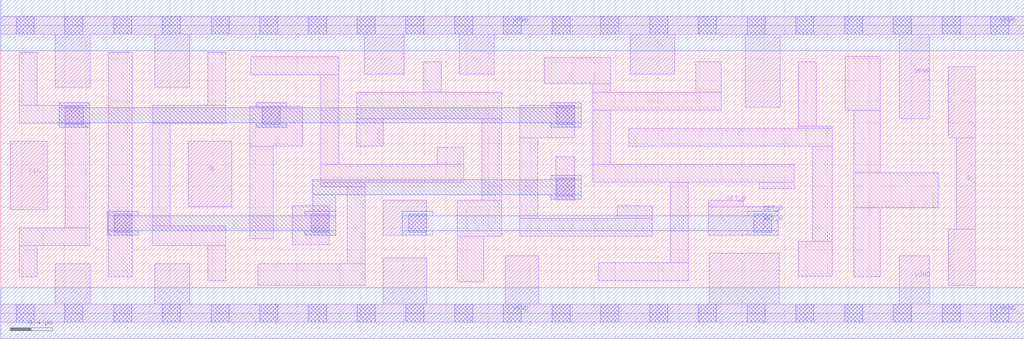
<source format=lef>
# Copyright 2020 The SkyWater PDK Authors
#
# Licensed under the Apache License, Version 2.0 (the "License");
# you may not use this file except in compliance with the License.
# You may obtain a copy of the License at
#
#     https://www.apache.org/licenses/LICENSE-2.0
#
# Unless required by applicable law or agreed to in writing, software
# distributed under the License is distributed on an "AS IS" BASIS,
# WITHOUT WARRANTIES OR CONDITIONS OF ANY KIND, either express or implied.
# See the License for the specific language governing permissions and
# limitations under the License.
#
# SPDX-License-Identifier: Apache-2.0

VERSION 5.7 ;
  NAMESCASESENSITIVE ON ;
  NOWIREEXTENSIONATPIN ON ;
  DIVIDERCHAR "/" ;
  BUSBITCHARS "[]" ;
UNITS
  DATABASE MICRONS 200 ;
END UNITS
MACRO sky130_fd_sc_hd__dfstp_1
  CLASS CORE ;
  SOURCE USER ;
  FOREIGN sky130_fd_sc_hd__dfstp_1 ;
  ORIGIN  0.000000  0.000000 ;
  SIZE  9.660000 BY  2.720000 ;
  SYMMETRY X Y R90 ;
  SITE unithd ;
  PIN D
    ANTENNAGATEAREA  0.222000 ;
    DIRECTION INPUT ;
    USE SIGNAL ;
    PORT
      LAYER li1 ;
        RECT 1.770000 1.005000 2.180000 1.625000 ;
    END
  END D
  PIN Q
    ANTENNADIFFAREA  0.429000 ;
    DIRECTION OUTPUT ;
    USE SIGNAL ;
    PORT
      LAYER li1 ;
        RECT 8.945000 0.265000 9.200000 0.795000 ;
        RECT 8.945000 1.655000 9.200000 2.325000 ;
        RECT 9.020000 0.795000 9.200000 1.655000 ;
    END
  END Q
  PIN SET_B
    ANTENNAGATEAREA  0.252000 ;
    DIRECTION INPUT ;
    USE SIGNAL ;
    PORT
      LAYER li1 ;
        RECT 3.610000 0.735000 4.020000 1.065000 ;
        RECT 6.680000 0.735000 7.340000 1.005000 ;
        RECT 6.680000 1.005000 7.010000 1.065000 ;
      LAYER mcon ;
        RECT 3.850000 0.765000 4.020000 0.935000 ;
        RECT 7.110000 0.765000 7.280000 0.935000 ;
      LAYER met1 ;
        RECT 3.790000 0.735000 4.080000 0.780000 ;
        RECT 3.790000 0.780000 7.340000 0.920000 ;
        RECT 3.790000 0.920000 4.080000 0.965000 ;
        RECT 7.050000 0.735000 7.340000 0.780000 ;
        RECT 7.050000 0.920000 7.340000 0.965000 ;
    END
  END SET_B
  PIN CLK
    ANTENNAGATEAREA  0.159000 ;
    DIRECTION INPUT ;
    USE CLOCK ;
    PORT
      LAYER li1 ;
        RECT 0.090000 0.975000 0.440000 1.625000 ;
    END
  END CLK
  PIN VGND
    DIRECTION INOUT ;
    SHAPE ABUTMENT ;
    USE GROUND ;
    PORT
      LAYER li1 ;
        RECT 0.000000 -0.085000 9.660000 0.085000 ;
        RECT 0.515000  0.085000 0.845000 0.465000 ;
        RECT 1.455000  0.085000 1.785000 0.465000 ;
        RECT 3.610000  0.085000 4.020000 0.525000 ;
        RECT 4.760000  0.085000 5.080000 0.545000 ;
        RECT 6.690000  0.085000 7.350000 0.565000 ;
        RECT 8.480000  0.085000 8.765000 0.545000 ;
      LAYER mcon ;
        RECT 0.145000 -0.085000 0.315000 0.085000 ;
        RECT 0.605000 -0.085000 0.775000 0.085000 ;
        RECT 1.065000 -0.085000 1.235000 0.085000 ;
        RECT 1.525000 -0.085000 1.695000 0.085000 ;
        RECT 1.985000 -0.085000 2.155000 0.085000 ;
        RECT 2.445000 -0.085000 2.615000 0.085000 ;
        RECT 2.905000 -0.085000 3.075000 0.085000 ;
        RECT 3.365000 -0.085000 3.535000 0.085000 ;
        RECT 3.825000 -0.085000 3.995000 0.085000 ;
        RECT 4.285000 -0.085000 4.455000 0.085000 ;
        RECT 4.745000 -0.085000 4.915000 0.085000 ;
        RECT 5.205000 -0.085000 5.375000 0.085000 ;
        RECT 5.665000 -0.085000 5.835000 0.085000 ;
        RECT 6.125000 -0.085000 6.295000 0.085000 ;
        RECT 6.585000 -0.085000 6.755000 0.085000 ;
        RECT 7.045000 -0.085000 7.215000 0.085000 ;
        RECT 7.505000 -0.085000 7.675000 0.085000 ;
        RECT 7.965000 -0.085000 8.135000 0.085000 ;
        RECT 8.425000 -0.085000 8.595000 0.085000 ;
        RECT 8.885000 -0.085000 9.055000 0.085000 ;
        RECT 9.345000 -0.085000 9.515000 0.085000 ;
      LAYER met1 ;
        RECT 0.000000 -0.240000 9.660000 0.240000 ;
    END
  END VGND
  PIN VPWR
    DIRECTION INOUT ;
    SHAPE ABUTMENT ;
    USE POWER ;
    PORT
      LAYER li1 ;
        RECT 0.000000 2.635000 9.660000 2.805000 ;
        RECT 0.515000 2.135000 0.845000 2.635000 ;
        RECT 1.455000 2.135000 1.785000 2.635000 ;
        RECT 3.430000 2.255000 3.810000 2.635000 ;
        RECT 4.330000 2.255000 4.660000 2.635000 ;
        RECT 5.940000 2.255000 6.360000 2.635000 ;
        RECT 7.030000 1.945000 7.360000 2.635000 ;
        RECT 8.480000 1.835000 8.765000 2.635000 ;
      LAYER mcon ;
        RECT 0.145000 2.635000 0.315000 2.805000 ;
        RECT 0.605000 2.635000 0.775000 2.805000 ;
        RECT 1.065000 2.635000 1.235000 2.805000 ;
        RECT 1.525000 2.635000 1.695000 2.805000 ;
        RECT 1.985000 2.635000 2.155000 2.805000 ;
        RECT 2.445000 2.635000 2.615000 2.805000 ;
        RECT 2.905000 2.635000 3.075000 2.805000 ;
        RECT 3.365000 2.635000 3.535000 2.805000 ;
        RECT 3.825000 2.635000 3.995000 2.805000 ;
        RECT 4.285000 2.635000 4.455000 2.805000 ;
        RECT 4.745000 2.635000 4.915000 2.805000 ;
        RECT 5.205000 2.635000 5.375000 2.805000 ;
        RECT 5.665000 2.635000 5.835000 2.805000 ;
        RECT 6.125000 2.635000 6.295000 2.805000 ;
        RECT 6.585000 2.635000 6.755000 2.805000 ;
        RECT 7.045000 2.635000 7.215000 2.805000 ;
        RECT 7.505000 2.635000 7.675000 2.805000 ;
        RECT 7.965000 2.635000 8.135000 2.805000 ;
        RECT 8.425000 2.635000 8.595000 2.805000 ;
        RECT 8.885000 2.635000 9.055000 2.805000 ;
        RECT 9.345000 2.635000 9.515000 2.805000 ;
      LAYER met1 ;
        RECT 0.000000 2.480000 9.660000 2.960000 ;
    END
  END VPWR
  OBS
    LAYER li1 ;
      RECT 0.175000 0.345000 0.345000 0.635000 ;
      RECT 0.175000 0.635000 0.840000 0.805000 ;
      RECT 0.175000 1.795000 0.840000 1.965000 ;
      RECT 0.175000 1.965000 0.345000 2.465000 ;
      RECT 0.610000 0.805000 0.840000 1.795000 ;
      RECT 1.015000 0.345000 1.240000 2.465000 ;
      RECT 1.430000 0.635000 2.125000 0.825000 ;
      RECT 1.430000 0.825000 1.600000 1.795000 ;
      RECT 1.430000 1.795000 2.125000 1.965000 ;
      RECT 1.955000 0.305000 2.125000 0.635000 ;
      RECT 1.955000 1.965000 2.125000 2.465000 ;
      RECT 2.350000 0.705000 2.570000 1.575000 ;
      RECT 2.350000 1.575000 2.850000 1.955000 ;
      RECT 2.360000 2.250000 3.190000 2.420000 ;
      RECT 2.425000 0.265000 3.440000 0.465000 ;
      RECT 2.750000 0.645000 3.100000 1.015000 ;
      RECT 3.020000 1.195000 3.440000 1.235000 ;
      RECT 3.020000 1.235000 4.370000 1.405000 ;
      RECT 3.020000 1.405000 3.190000 2.250000 ;
      RECT 3.270000 0.465000 3.440000 1.195000 ;
      RECT 3.360000 1.575000 3.610000 1.835000 ;
      RECT 3.360000 1.835000 4.730000 2.085000 ;
      RECT 3.990000 2.085000 4.160000 2.375000 ;
      RECT 4.120000 1.405000 4.370000 1.565000 ;
      RECT 4.310000 0.295000 4.560000 0.725000 ;
      RECT 4.310000 0.725000 4.730000 1.065000 ;
      RECT 4.540000 1.065000 4.730000 1.835000 ;
      RECT 4.900000 0.725000 6.150000 0.895000 ;
      RECT 4.900000 0.895000 5.070000 1.655000 ;
      RECT 4.900000 1.655000 5.420000 1.965000 ;
      RECT 5.130000 2.165000 5.760000 2.415000 ;
      RECT 5.240000 1.065000 5.420000 1.475000 ;
      RECT 5.590000 1.235000 7.490000 1.405000 ;
      RECT 5.590000 1.405000 5.760000 1.915000 ;
      RECT 5.590000 1.915000 6.800000 2.085000 ;
      RECT 5.590000 2.085000 5.760000 2.165000 ;
      RECT 5.640000 0.305000 6.490000 0.475000 ;
      RECT 5.820000 0.895000 6.150000 1.015000 ;
      RECT 5.930000 1.575000 7.850000 1.745000 ;
      RECT 6.320000 0.475000 6.490000 1.235000 ;
      RECT 6.560000 2.085000 6.800000 2.375000 ;
      RECT 7.160000 1.175000 7.490000 1.235000 ;
      RECT 7.530000 0.350000 7.850000 0.680000 ;
      RECT 7.530000 1.745000 7.850000 1.765000 ;
      RECT 7.530000 1.765000 7.700000 2.375000 ;
      RECT 7.660000 0.680000 7.850000 1.575000 ;
      RECT 7.970000 1.915000 8.300000 2.425000 ;
      RECT 8.050000 0.345000 8.300000 0.995000 ;
      RECT 8.050000 0.995000 8.850000 1.325000 ;
      RECT 8.050000 1.325000 8.300000 1.915000 ;
    LAYER mcon ;
      RECT 0.610000 1.785000 0.780000 1.955000 ;
      RECT 1.070000 0.765000 1.240000 0.935000 ;
      RECT 2.470000 1.785000 2.640000 1.955000 ;
      RECT 2.930000 0.765000 3.100000 0.935000 ;
      RECT 5.250000 1.105000 5.420000 1.275000 ;
      RECT 5.250000 1.785000 5.420000 1.955000 ;
    LAYER met1 ;
      RECT 0.550000 1.755000 0.840000 1.800000 ;
      RECT 0.550000 1.800000 5.480000 1.940000 ;
      RECT 0.550000 1.940000 0.840000 1.985000 ;
      RECT 1.010000 0.735000 1.300000 0.780000 ;
      RECT 1.010000 0.780000 3.160000 0.920000 ;
      RECT 1.010000 0.920000 1.300000 0.965000 ;
      RECT 2.410000 1.755000 2.700000 1.800000 ;
      RECT 2.410000 1.940000 2.700000 1.985000 ;
      RECT 2.870000 0.735000 3.160000 0.780000 ;
      RECT 2.870000 0.920000 3.160000 0.965000 ;
      RECT 2.945000 0.965000 3.160000 1.120000 ;
      RECT 2.945000 1.120000 5.480000 1.260000 ;
      RECT 5.190000 1.075000 5.480000 1.120000 ;
      RECT 5.190000 1.260000 5.480000 1.305000 ;
      RECT 5.190000 1.755000 5.480000 1.800000 ;
      RECT 5.190000 1.940000 5.480000 1.985000 ;
  END
END sky130_fd_sc_hd__dfstp_1
END LIBRARY

</source>
